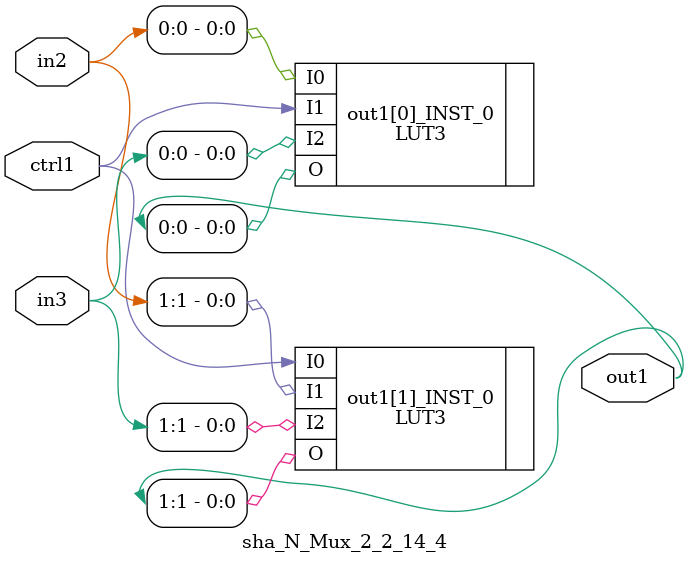
<source format=v>
`timescale 1 ps / 1 ps

(* STRUCTURAL_NETLIST = "yes" *)
module sha_N_Mux_2_2_14_4
   (in3,
    in2,
    ctrl1,
    out1);
  input [1:0]in3;
  input [1:0]in2;
  input ctrl1;
  output [1:0]out1;

  wire ctrl1;
  wire [1:0]in2;
  wire [1:0]in3;
  wire [1:0]out1;

  (* SOFT_HLUTNM = "soft_lutpair0" *) 
  LUT3 #(
    .INIT(8'hB8)) 
    \out1[0]_INST_0 
       (.I0(in2[0]),
        .I1(ctrl1),
        .I2(in3[0]),
        .O(out1[0]));
  (* SOFT_HLUTNM = "soft_lutpair0" *) 
  LUT3 #(
    .INIT(8'hD8)) 
    \out1[1]_INST_0 
       (.I0(ctrl1),
        .I1(in2[1]),
        .I2(in3[1]),
        .O(out1[1]));
endmodule


</source>
